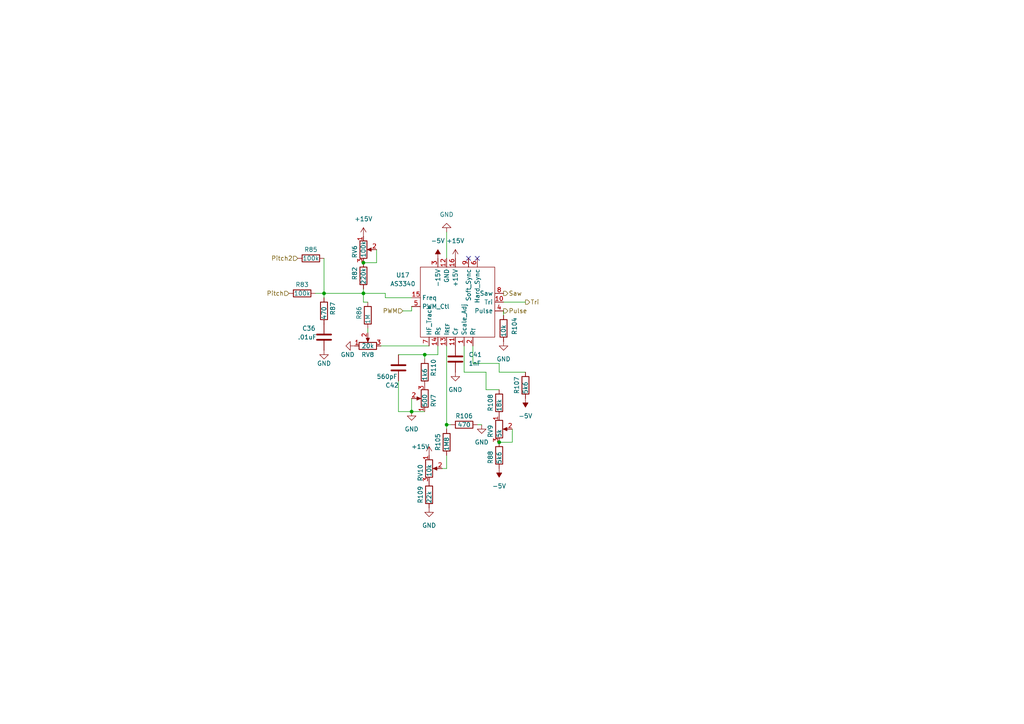
<source format=kicad_sch>
(kicad_sch (version 20211123) (generator eeschema)

  (uuid ad1bf4df-49cc-4e5f-928c-9de967284d0a)

  (paper "A4")

  (lib_symbols
    (symbol "Device:C" (pin_numbers hide) (pin_names (offset 0.254)) (in_bom yes) (on_board yes)
      (property "Reference" "C" (id 0) (at 0.635 2.54 0)
        (effects (font (size 1.27 1.27)) (justify left))
      )
      (property "Value" "C" (id 1) (at 0.635 -2.54 0)
        (effects (font (size 1.27 1.27)) (justify left))
      )
      (property "Footprint" "" (id 2) (at 0.9652 -3.81 0)
        (effects (font (size 1.27 1.27)) hide)
      )
      (property "Datasheet" "~" (id 3) (at 0 0 0)
        (effects (font (size 1.27 1.27)) hide)
      )
      (property "ki_keywords" "cap capacitor" (id 4) (at 0 0 0)
        (effects (font (size 1.27 1.27)) hide)
      )
      (property "ki_description" "Unpolarized capacitor" (id 5) (at 0 0 0)
        (effects (font (size 1.27 1.27)) hide)
      )
      (property "ki_fp_filters" "C_*" (id 6) (at 0 0 0)
        (effects (font (size 1.27 1.27)) hide)
      )
      (symbol "C_0_1"
        (polyline
          (pts
            (xy -2.032 -0.762)
            (xy 2.032 -0.762)
          )
          (stroke (width 0.508) (type default) (color 0 0 0 0))
          (fill (type none))
        )
        (polyline
          (pts
            (xy -2.032 0.762)
            (xy 2.032 0.762)
          )
          (stroke (width 0.508) (type default) (color 0 0 0 0))
          (fill (type none))
        )
      )
      (symbol "C_1_1"
        (pin passive line (at 0 3.81 270) (length 2.794)
          (name "~" (effects (font (size 1.27 1.27))))
          (number "1" (effects (font (size 1.27 1.27))))
        )
        (pin passive line (at 0 -3.81 90) (length 2.794)
          (name "~" (effects (font (size 1.27 1.27))))
          (number "2" (effects (font (size 1.27 1.27))))
        )
      )
    )
    (symbol "Device:R" (pin_numbers hide) (pin_names (offset 0)) (in_bom yes) (on_board yes)
      (property "Reference" "R" (id 0) (at 2.032 0 90)
        (effects (font (size 1.27 1.27)))
      )
      (property "Value" "R" (id 1) (at 0 0 90)
        (effects (font (size 1.27 1.27)))
      )
      (property "Footprint" "" (id 2) (at -1.778 0 90)
        (effects (font (size 1.27 1.27)) hide)
      )
      (property "Datasheet" "~" (id 3) (at 0 0 0)
        (effects (font (size 1.27 1.27)) hide)
      )
      (property "ki_keywords" "R res resistor" (id 4) (at 0 0 0)
        (effects (font (size 1.27 1.27)) hide)
      )
      (property "ki_description" "Resistor" (id 5) (at 0 0 0)
        (effects (font (size 1.27 1.27)) hide)
      )
      (property "ki_fp_filters" "R_*" (id 6) (at 0 0 0)
        (effects (font (size 1.27 1.27)) hide)
      )
      (symbol "R_0_1"
        (rectangle (start -1.016 -2.54) (end 1.016 2.54)
          (stroke (width 0.254) (type default) (color 0 0 0 0))
          (fill (type none))
        )
      )
      (symbol "R_1_1"
        (pin passive line (at 0 3.81 270) (length 1.27)
          (name "~" (effects (font (size 1.27 1.27))))
          (number "1" (effects (font (size 1.27 1.27))))
        )
        (pin passive line (at 0 -3.81 90) (length 1.27)
          (name "~" (effects (font (size 1.27 1.27))))
          (number "2" (effects (font (size 1.27 1.27))))
        )
      )
    )
    (symbol "Device:R_Potentiometer" (pin_names (offset 1.016) hide) (in_bom yes) (on_board yes)
      (property "Reference" "RV" (id 0) (at -4.445 0 90)
        (effects (font (size 1.27 1.27)))
      )
      (property "Value" "R_Potentiometer" (id 1) (at -2.54 0 90)
        (effects (font (size 1.27 1.27)))
      )
      (property "Footprint" "" (id 2) (at 0 0 0)
        (effects (font (size 1.27 1.27)) hide)
      )
      (property "Datasheet" "~" (id 3) (at 0 0 0)
        (effects (font (size 1.27 1.27)) hide)
      )
      (property "ki_keywords" "resistor variable" (id 4) (at 0 0 0)
        (effects (font (size 1.27 1.27)) hide)
      )
      (property "ki_description" "Potentiometer" (id 5) (at 0 0 0)
        (effects (font (size 1.27 1.27)) hide)
      )
      (property "ki_fp_filters" "Potentiometer*" (id 6) (at 0 0 0)
        (effects (font (size 1.27 1.27)) hide)
      )
      (symbol "R_Potentiometer_0_1"
        (polyline
          (pts
            (xy 2.54 0)
            (xy 1.524 0)
          )
          (stroke (width 0) (type default) (color 0 0 0 0))
          (fill (type none))
        )
        (polyline
          (pts
            (xy 1.143 0)
            (xy 2.286 0.508)
            (xy 2.286 -0.508)
            (xy 1.143 0)
          )
          (stroke (width 0) (type default) (color 0 0 0 0))
          (fill (type outline))
        )
        (rectangle (start 1.016 2.54) (end -1.016 -2.54)
          (stroke (width 0.254) (type default) (color 0 0 0 0))
          (fill (type none))
        )
      )
      (symbol "R_Potentiometer_1_1"
        (pin passive line (at 0 3.81 270) (length 1.27)
          (name "1" (effects (font (size 1.27 1.27))))
          (number "1" (effects (font (size 1.27 1.27))))
        )
        (pin passive line (at 3.81 0 180) (length 1.27)
          (name "2" (effects (font (size 1.27 1.27))))
          (number "2" (effects (font (size 1.27 1.27))))
        )
        (pin passive line (at 0 -3.81 90) (length 1.27)
          (name "3" (effects (font (size 1.27 1.27))))
          (number "3" (effects (font (size 1.27 1.27))))
        )
      )
    )
    (symbol "Synth_Parts:AS3340" (in_bom yes) (on_board yes)
      (property "Reference" "U?" (id 0) (at -24.13 0.2288 0)
        (effects (font (size 1.27 1.27)))
      )
      (property "Value" "AS3340" (id 1) (at -24.13 -2.3112 0)
        (effects (font (size 1.27 1.27)))
      )
      (property "Footprint" "Package_DIP:DIP-18_W7.62mm_Socket" (id 2) (at 0 0 0)
        (effects (font (size 1.27 1.27)) hide)
      )
      (property "Datasheet" "https://www.coolaudio.com/docs/COOLAUDIO_V3340_DATASHEETS.pdf" (id 3) (at 0 0 0)
        (effects (font (size 1.27 1.27)) hide)
      )
      (property "ki_description" "Voltage Controlled Oscillator" (id 4) (at 0 0 0)
        (effects (font (size 1.27 1.27)) hide)
      )
      (symbol "AS3340_0_1"
        (rectangle (start -19.05 2.54) (end 2.54 -17.78)
          (stroke (width 0) (type default) (color 0 0 0 0))
          (fill (type none))
        )
        (pin output line (at -6.35 -20.32 90) (length 2.54)
          (name "Scale_Adj" (effects (font (size 1.27 1.27))))
          (number "1" (effects (font (size 1.27 1.27))))
        )
        (pin output line (at 5.08 -7.62 180) (length 2.54)
          (name "Tri" (effects (font (size 1.27 1.27))))
          (number "10" (effects (font (size 1.27 1.27))))
        )
        (pin output line (at -8.89 -20.32 90) (length 2.54)
          (name "C_{F}" (effects (font (size 1.27 1.27))))
          (number "11" (effects (font (size 1.27 1.27))))
        )
        (pin output line (at -11.43 5.08 270) (length 2.54)
          (name "GND" (effects (font (size 1.27 1.27))))
          (number "12" (effects (font (size 1.27 1.27))))
        )
        (pin output line (at -11.43 -20.32 90) (length 2.54)
          (name "I_{REF}" (effects (font (size 1.27 1.27))))
          (number "13" (effects (font (size 1.27 1.27))))
        )
        (pin output line (at -13.97 -20.32 90) (length 2.54)
          (name "R_{S}" (effects (font (size 1.27 1.27))))
          (number "14" (effects (font (size 1.27 1.27))))
        )
        (pin output line (at -21.59 -6.35 0) (length 2.54)
          (name "Freq" (effects (font (size 1.27 1.27))))
          (number "15" (effects (font (size 1.27 1.27))))
        )
        (pin output line (at -8.89 5.08 270) (length 2.54)
          (name "+15V" (effects (font (size 1.27 1.27))))
          (number "16" (effects (font (size 1.27 1.27))))
        )
        (pin output line (at -3.81 -20.32 90) (length 2.54)
          (name "R_{T}" (effects (font (size 1.27 1.27))))
          (number "2" (effects (font (size 1.27 1.27))))
        )
        (pin output line (at -13.97 5.08 270) (length 2.54)
          (name "-15V" (effects (font (size 1.27 1.27))))
          (number "3" (effects (font (size 1.27 1.27))))
        )
        (pin output line (at 5.08 -10.16 180) (length 2.54)
          (name "Pulse" (effects (font (size 1.27 1.27))))
          (number "4" (effects (font (size 1.27 1.27))))
        )
        (pin output line (at -21.59 -8.89 0) (length 2.54)
          (name "PWM_Ctl" (effects (font (size 1.27 1.27))))
          (number "5" (effects (font (size 1.27 1.27))))
        )
        (pin output line (at -2.54 5.08 270) (length 2.54)
          (name "Hard_Sync" (effects (font (size 1.27 1.27))))
          (number "6" (effects (font (size 1.27 1.27))))
        )
        (pin output line (at -16.51 -20.32 90) (length 2.54)
          (name "HF_Track" (effects (font (size 1.27 1.27))))
          (number "7" (effects (font (size 1.27 1.27))))
        )
        (pin output line (at 5.08 -5.08 180) (length 2.54)
          (name "Saw" (effects (font (size 1.27 1.27))))
          (number "8" (effects (font (size 1.27 1.27))))
        )
        (pin output line (at -5.08 5.08 270) (length 2.54)
          (name "Soft_Sync" (effects (font (size 1.27 1.27))))
          (number "9" (effects (font (size 1.27 1.27))))
        )
      )
    )
    (symbol "power:+15V" (power) (pin_names (offset 0)) (in_bom yes) (on_board yes)
      (property "Reference" "#PWR" (id 0) (at 0 -3.81 0)
        (effects (font (size 1.27 1.27)) hide)
      )
      (property "Value" "+15V" (id 1) (at 0 3.556 0)
        (effects (font (size 1.27 1.27)))
      )
      (property "Footprint" "" (id 2) (at 0 0 0)
        (effects (font (size 1.27 1.27)) hide)
      )
      (property "Datasheet" "" (id 3) (at 0 0 0)
        (effects (font (size 1.27 1.27)) hide)
      )
      (property "ki_keywords" "power-flag" (id 4) (at 0 0 0)
        (effects (font (size 1.27 1.27)) hide)
      )
      (property "ki_description" "Power symbol creates a global label with name \"+15V\"" (id 5) (at 0 0 0)
        (effects (font (size 1.27 1.27)) hide)
      )
      (symbol "+15V_0_1"
        (polyline
          (pts
            (xy -0.762 1.27)
            (xy 0 2.54)
          )
          (stroke (width 0) (type default) (color 0 0 0 0))
          (fill (type none))
        )
        (polyline
          (pts
            (xy 0 0)
            (xy 0 2.54)
          )
          (stroke (width 0) (type default) (color 0 0 0 0))
          (fill (type none))
        )
        (polyline
          (pts
            (xy 0 2.54)
            (xy 0.762 1.27)
          )
          (stroke (width 0) (type default) (color 0 0 0 0))
          (fill (type none))
        )
      )
      (symbol "+15V_1_1"
        (pin power_in line (at 0 0 90) (length 0) hide
          (name "+15V" (effects (font (size 1.27 1.27))))
          (number "1" (effects (font (size 1.27 1.27))))
        )
      )
    )
    (symbol "power:-5V" (power) (pin_names (offset 0)) (in_bom yes) (on_board yes)
      (property "Reference" "#PWR" (id 0) (at 0 2.54 0)
        (effects (font (size 1.27 1.27)) hide)
      )
      (property "Value" "-5V" (id 1) (at 0 3.81 0)
        (effects (font (size 1.27 1.27)))
      )
      (property "Footprint" "" (id 2) (at 0 0 0)
        (effects (font (size 1.27 1.27)) hide)
      )
      (property "Datasheet" "" (id 3) (at 0 0 0)
        (effects (font (size 1.27 1.27)) hide)
      )
      (property "ki_keywords" "power-flag" (id 4) (at 0 0 0)
        (effects (font (size 1.27 1.27)) hide)
      )
      (property "ki_description" "Power symbol creates a global label with name \"-5V\"" (id 5) (at 0 0 0)
        (effects (font (size 1.27 1.27)) hide)
      )
      (symbol "-5V_0_0"
        (pin power_in line (at 0 0 90) (length 0) hide
          (name "-5V" (effects (font (size 1.27 1.27))))
          (number "1" (effects (font (size 1.27 1.27))))
        )
      )
      (symbol "-5V_0_1"
        (polyline
          (pts
            (xy 0 0)
            (xy 0 1.27)
            (xy 0.762 1.27)
            (xy 0 2.54)
            (xy -0.762 1.27)
            (xy 0 1.27)
          )
          (stroke (width 0) (type default) (color 0 0 0 0))
          (fill (type outline))
        )
      )
    )
    (symbol "power:GND" (power) (pin_names (offset 0)) (in_bom yes) (on_board yes)
      (property "Reference" "#PWR" (id 0) (at 0 -6.35 0)
        (effects (font (size 1.27 1.27)) hide)
      )
      (property "Value" "GND" (id 1) (at 0 -3.81 0)
        (effects (font (size 1.27 1.27)))
      )
      (property "Footprint" "" (id 2) (at 0 0 0)
        (effects (font (size 1.27 1.27)) hide)
      )
      (property "Datasheet" "" (id 3) (at 0 0 0)
        (effects (font (size 1.27 1.27)) hide)
      )
      (property "ki_keywords" "power-flag" (id 4) (at 0 0 0)
        (effects (font (size 1.27 1.27)) hide)
      )
      (property "ki_description" "Power symbol creates a global label with name \"GND\" , ground" (id 5) (at 0 0 0)
        (effects (font (size 1.27 1.27)) hide)
      )
      (symbol "GND_0_1"
        (polyline
          (pts
            (xy 0 0)
            (xy 0 -1.27)
            (xy 1.27 -1.27)
            (xy 0 -2.54)
            (xy -1.27 -1.27)
            (xy 0 -1.27)
          )
          (stroke (width 0) (type default) (color 0 0 0 0))
          (fill (type none))
        )
      )
      (symbol "GND_1_1"
        (pin power_in line (at 0 0 270) (length 0) hide
          (name "GND" (effects (font (size 1.27 1.27))))
          (number "1" (effects (font (size 1.27 1.27))))
        )
      )
    )
  )

  (junction (at 123.19 102.87) (diameter 0) (color 0 0 0 0)
    (uuid 4c210c9a-7dd1-4a20-9e98-e8274559c36a)
  )
  (junction (at 144.78 128.27) (diameter 0) (color 0 0 0 0)
    (uuid 5bc32a41-6ccd-4450-9112-db3a89122285)
  )
  (junction (at 105.41 76.2) (diameter 0) (color 0 0 0 0)
    (uuid 6f84b054-325e-4eb0-8000-c064a25f5d74)
  )
  (junction (at 105.41 85.09) (diameter 0) (color 0 0 0 0)
    (uuid 79c3c8a0-79ed-46e4-a279-dcaf2ad4ec61)
  )
  (junction (at 119.38 119.38) (diameter 0) (color 0 0 0 0)
    (uuid bcce3566-13f1-4e19-9636-9ed285fc05f1)
  )
  (junction (at 129.54 123.19) (diameter 0) (color 0 0 0 0)
    (uuid d54e3c6c-8fba-45b2-80f5-17b753dc5a6b)
  )
  (junction (at 93.98 85.09) (diameter 0) (color 0 0 0 0)
    (uuid edb3bda5-9fab-4e1e-b0ba-601ca11834aa)
  )

  (no_connect (at 138.43 74.93) (uuid 528103ff-79c3-4414-ab21-cd51d48ddb6b))
  (no_connect (at 135.89 74.93) (uuid 528103ff-79c3-4414-ab21-cd51d48ddb6c))

  (wire (pts (xy 119.38 86.36) (xy 111.76 86.36))
    (stroke (width 0) (type default) (color 0 0 0 0))
    (uuid 025beaab-b6fd-4241-a77c-71b4ec64c488)
  )
  (wire (pts (xy 115.57 119.38) (xy 119.38 119.38))
    (stroke (width 0) (type default) (color 0 0 0 0))
    (uuid 035790b4-c83c-4a73-9496-3f440424c41d)
  )
  (wire (pts (xy 134.62 107.95) (xy 140.97 107.95))
    (stroke (width 0) (type default) (color 0 0 0 0))
    (uuid 03d6997f-9bc8-44b8-bbbc-c82ab25e37e0)
  )
  (wire (pts (xy 116.84 90.17) (xy 119.38 90.17))
    (stroke (width 0) (type default) (color 0 0 0 0))
    (uuid 11f18977-2064-4f69-90da-7af6d2107bbc)
  )
  (wire (pts (xy 93.98 85.09) (xy 105.41 85.09))
    (stroke (width 0) (type default) (color 0 0 0 0))
    (uuid 1af4d11e-5700-4718-a5bc-5cbeb2a51f3d)
  )
  (wire (pts (xy 119.38 119.38) (xy 123.19 119.38))
    (stroke (width 0) (type default) (color 0 0 0 0))
    (uuid 1ebe05c2-40ed-4ded-930c-d665ad265801)
  )
  (wire (pts (xy 93.98 85.09) (xy 93.98 86.36))
    (stroke (width 0) (type default) (color 0 0 0 0))
    (uuid 1fef0b5d-e397-459d-ad37-c1160e7299b0)
  )
  (wire (pts (xy 140.97 107.95) (xy 140.97 113.03))
    (stroke (width 0) (type default) (color 0 0 0 0))
    (uuid 24b884f8-12ce-4bfe-ba7a-35f3d4689f1a)
  )
  (wire (pts (xy 91.44 85.09) (xy 93.98 85.09))
    (stroke (width 0) (type default) (color 0 0 0 0))
    (uuid 446f133f-581c-4c32-8a9e-241541c3093f)
  )
  (wire (pts (xy 127 102.87) (xy 123.19 102.87))
    (stroke (width 0) (type default) (color 0 0 0 0))
    (uuid 4815787a-0689-41bf-b38c-a6bfc8cc09fc)
  )
  (wire (pts (xy 106.68 96.52) (xy 106.68 95.25))
    (stroke (width 0) (type default) (color 0 0 0 0))
    (uuid 4fb4afce-d8c6-4fc2-9769-7218e42ba78c)
  )
  (wire (pts (xy 146.05 90.17) (xy 146.05 91.44))
    (stroke (width 0) (type default) (color 0 0 0 0))
    (uuid 7438b8b8-dcd3-4d7a-81a0-8f77a00a91bf)
  )
  (wire (pts (xy 129.54 100.33) (xy 129.54 123.19))
    (stroke (width 0) (type default) (color 0 0 0 0))
    (uuid 7ec5d701-207d-4caf-8802-61956ca6a55d)
  )
  (wire (pts (xy 111.76 86.36) (xy 111.76 85.09))
    (stroke (width 0) (type default) (color 0 0 0 0))
    (uuid 85755db5-864b-44f4-9860-3f2c312f1fdd)
  )
  (wire (pts (xy 129.54 123.19) (xy 129.54 124.46))
    (stroke (width 0) (type default) (color 0 0 0 0))
    (uuid 8b0a88fc-8b20-4aa2-bfaf-280f7b42cced)
  )
  (wire (pts (xy 138.43 123.19) (xy 139.7 123.19))
    (stroke (width 0) (type default) (color 0 0 0 0))
    (uuid 8bf3b020-8acb-416a-8440-0ec796537b14)
  )
  (wire (pts (xy 119.38 90.17) (xy 119.38 88.9))
    (stroke (width 0) (type default) (color 0 0 0 0))
    (uuid 8d2b8307-8f96-4cd9-93d0-6f5267ebd242)
  )
  (wire (pts (xy 93.98 74.93) (xy 93.98 85.09))
    (stroke (width 0) (type default) (color 0 0 0 0))
    (uuid 9713604d-68b1-4362-91e2-f76258df8f01)
  )
  (wire (pts (xy 119.38 119.38) (xy 119.38 115.57))
    (stroke (width 0) (type default) (color 0 0 0 0))
    (uuid 980dec0a-cec5-4a01-8cb9-9956991200b8)
  )
  (wire (pts (xy 137.16 100.33) (xy 137.16 105.41))
    (stroke (width 0) (type default) (color 0 0 0 0))
    (uuid 9c0f2701-1729-49c6-b1dd-1a9826b33d83)
  )
  (wire (pts (xy 148.59 128.27) (xy 144.78 128.27))
    (stroke (width 0) (type default) (color 0 0 0 0))
    (uuid 9e66e3af-3d3c-42aa-9d54-2247c76141d5)
  )
  (wire (pts (xy 146.05 87.63) (xy 152.4 87.63))
    (stroke (width 0) (type default) (color 0 0 0 0))
    (uuid 9fd757e1-6704-4575-b42c-627cb0cc0cfb)
  )
  (wire (pts (xy 130.81 123.19) (xy 129.54 123.19))
    (stroke (width 0) (type default) (color 0 0 0 0))
    (uuid a229dba8-7ba7-4fc3-8beb-02273c7037fa)
  )
  (wire (pts (xy 111.76 85.09) (xy 105.41 85.09))
    (stroke (width 0) (type default) (color 0 0 0 0))
    (uuid a2bd0d81-81d3-4131-a7d7-e427bae59208)
  )
  (wire (pts (xy 105.41 83.82) (xy 105.41 85.09))
    (stroke (width 0) (type default) (color 0 0 0 0))
    (uuid ac548e53-ebbc-4370-91a3-0e833ccd5faa)
  )
  (wire (pts (xy 129.54 135.89) (xy 129.54 132.08))
    (stroke (width 0) (type default) (color 0 0 0 0))
    (uuid ad79b20b-13fc-4bda-88e8-fb59f5680ee9)
  )
  (wire (pts (xy 152.4 107.95) (xy 144.78 107.95))
    (stroke (width 0) (type default) (color 0 0 0 0))
    (uuid b24afa17-e200-428a-a310-2b838134c8e6)
  )
  (wire (pts (xy 109.22 72.39) (xy 109.22 76.2))
    (stroke (width 0) (type default) (color 0 0 0 0))
    (uuid b4113201-3386-4af0-bb5b-432a7cd90d96)
  )
  (wire (pts (xy 134.62 107.95) (xy 134.62 100.33))
    (stroke (width 0) (type default) (color 0 0 0 0))
    (uuid b70e0724-fc37-49c0-a958-74472d3ded01)
  )
  (wire (pts (xy 110.49 100.33) (xy 124.46 100.33))
    (stroke (width 0) (type default) (color 0 0 0 0))
    (uuid bb9cfd17-ab7f-46ed-9c89-9a472fa55600)
  )
  (wire (pts (xy 137.16 105.41) (xy 144.78 105.41))
    (stroke (width 0) (type default) (color 0 0 0 0))
    (uuid c017a7cd-fde2-4cef-b9f4-3c4059e3d608)
  )
  (wire (pts (xy 148.59 124.46) (xy 148.59 128.27))
    (stroke (width 0) (type default) (color 0 0 0 0))
    (uuid c1b6cbbe-e8a9-46e6-a621-7f88dec39400)
  )
  (wire (pts (xy 123.19 102.87) (xy 123.19 104.14))
    (stroke (width 0) (type default) (color 0 0 0 0))
    (uuid c3df4e67-6f8c-49c4-b0d3-138b537d0bc4)
  )
  (wire (pts (xy 105.41 85.09) (xy 105.41 87.63))
    (stroke (width 0) (type default) (color 0 0 0 0))
    (uuid c3e0c7a4-b328-4c48-965e-e477a424ef48)
  )
  (wire (pts (xy 140.97 113.03) (xy 144.78 113.03))
    (stroke (width 0) (type default) (color 0 0 0 0))
    (uuid c6d140f4-d741-49bf-b9f1-3585046dec3c)
  )
  (wire (pts (xy 109.22 76.2) (xy 105.41 76.2))
    (stroke (width 0) (type default) (color 0 0 0 0))
    (uuid ca677dc6-bd0f-4aac-8355-73afcc75a4cf)
  )
  (wire (pts (xy 127 102.87) (xy 127 100.33))
    (stroke (width 0) (type default) (color 0 0 0 0))
    (uuid d40aeb91-faed-4bab-98fb-7e2b06816ee1)
  )
  (wire (pts (xy 128.27 135.89) (xy 129.54 135.89))
    (stroke (width 0) (type default) (color 0 0 0 0))
    (uuid d50e5b5c-8b0a-4372-9a9c-883d82ea623c)
  )
  (wire (pts (xy 115.57 110.49) (xy 115.57 119.38))
    (stroke (width 0) (type default) (color 0 0 0 0))
    (uuid e682b95c-0ccd-43f6-886e-ff853895b1cd)
  )
  (wire (pts (xy 144.78 107.95) (xy 144.78 105.41))
    (stroke (width 0) (type default) (color 0 0 0 0))
    (uuid ef8516a7-37c1-4ec2-891d-2f70ee42aa45)
  )
  (wire (pts (xy 115.57 102.87) (xy 123.19 102.87))
    (stroke (width 0) (type default) (color 0 0 0 0))
    (uuid f613eeb0-e712-4875-b867-6f26f8f2a8ab)
  )
  (wire (pts (xy 106.68 87.63) (xy 105.41 87.63))
    (stroke (width 0) (type default) (color 0 0 0 0))
    (uuid fa0e4b35-e106-4d2c-ab51-2e40d87404da)
  )
  (wire (pts (xy 129.54 67.31) (xy 129.54 74.93))
    (stroke (width 0) (type default) (color 0 0 0 0))
    (uuid ffb730cc-929d-48bc-a762-73e9adc5f451)
  )

  (hierarchical_label "Tri" (shape output) (at 152.4 87.63 0)
    (effects (font (size 1.27 1.27)) (justify left))
    (uuid 56062cad-db59-4865-adf3-f22e83a0de5f)
  )
  (hierarchical_label "Pitch" (shape input) (at 83.82 85.09 180)
    (effects (font (size 1.27 1.27)) (justify right))
    (uuid 56cb21f9-9b79-4a87-b43a-37fd12474922)
  )
  (hierarchical_label "Pitch2" (shape input) (at 86.36 74.93 180)
    (effects (font (size 1.27 1.27)) (justify right))
    (uuid 8e01f13c-7bf7-401e-ac28-9c8cfb513576)
  )
  (hierarchical_label "Saw" (shape output) (at 146.05 85.09 0)
    (effects (font (size 1.27 1.27)) (justify left))
    (uuid 9316763b-2e71-43b8-8bd9-ca8afcbb616c)
  )
  (hierarchical_label "PWM" (shape input) (at 116.84 90.17 180)
    (effects (font (size 1.27 1.27)) (justify right))
    (uuid c1959014-2f1a-4b64-9922-3adfd4c54619)
  )
  (hierarchical_label "Pulse" (shape output) (at 146.05 90.17 0)
    (effects (font (size 1.27 1.27)) (justify left))
    (uuid febe8886-1dd8-4c10-a19e-8ed80b52c702)
  )

  (symbol (lib_id "power:GND") (at 119.38 119.38 0) (unit 1)
    (in_bom yes) (on_board yes) (fields_autoplaced)
    (uuid 08f79164-a452-4737-9389-37b2a549b6af)
    (property "Reference" "#PWR032" (id 0) (at 119.38 125.73 0)
      (effects (font (size 1.27 1.27)) hide)
    )
    (property "Value" "GND" (id 1) (at 119.38 124.46 0))
    (property "Footprint" "" (id 2) (at 119.38 119.38 0)
      (effects (font (size 1.27 1.27)) hide)
    )
    (property "Datasheet" "" (id 3) (at 119.38 119.38 0)
      (effects (font (size 1.27 1.27)) hide)
    )
    (pin "1" (uuid a33b538b-2a41-4e74-8e03-dd250e5b3d3d))
  )

  (symbol (lib_id "Device:R") (at 129.54 128.27 0) (unit 1)
    (in_bom yes) (on_board yes)
    (uuid 127eb8b2-03fc-42fc-b6e3-12f8e39c5f4d)
    (property "Reference" "R105" (id 0) (at 127 130.81 90)
      (effects (font (size 1.27 1.27)) (justify left))
    )
    (property "Value" "1M8" (id 1) (at 129.54 130.81 90)
      (effects (font (size 1.27 1.27)) (justify left))
    )
    (property "Footprint" "Resistor_THT:R_Axial_DIN0207_L6.3mm_D2.5mm_P10.16mm_Horizontal" (id 2) (at 127.762 128.27 90)
      (effects (font (size 1.27 1.27)) hide)
    )
    (property "Datasheet" "~" (id 3) (at 129.54 128.27 0)
      (effects (font (size 1.27 1.27)) hide)
    )
    (pin "1" (uuid d040de55-21d4-49ab-9adf-3c9cb1658bb7))
    (pin "2" (uuid cb68171a-642a-4a1f-8842-6dc41b2ac2fc))
  )

  (symbol (lib_id "Device:R_Potentiometer") (at 123.19 115.57 180) (unit 1)
    (in_bom yes) (on_board yes)
    (uuid 176d3d6a-2306-4154-9dc9-794488692e81)
    (property "Reference" "RV7" (id 0) (at 125.73 118.11 90)
      (effects (font (size 1.27 1.27)) (justify right))
    )
    (property "Value" "500" (id 1) (at 123.19 118.11 90)
      (effects (font (size 1.27 1.27)) (justify right))
    )
    (property "Footprint" "Potentiometer_THT:Potentiometer_Bourns_3296W_Vertical" (id 2) (at 123.19 115.57 0)
      (effects (font (size 1.27 1.27)) hide)
    )
    (property "Datasheet" "~" (id 3) (at 123.19 115.57 0)
      (effects (font (size 1.27 1.27)) hide)
    )
    (pin "1" (uuid f581e3f5-7de3-456e-9796-ae863beaaec5))
    (pin "2" (uuid dc52fadf-0243-421a-b8fc-755584fc396c))
    (pin "3" (uuid 034d751c-a966-414f-9f12-277dcecae89b))
  )

  (symbol (lib_id "power:-5V") (at 127 74.93 0) (unit 1)
    (in_bom yes) (on_board yes) (fields_autoplaced)
    (uuid 1c5f8d8c-dcca-4b79-a6dd-27f7e3463ba7)
    (property "Reference" "#PWR025" (id 0) (at 127 72.39 0)
      (effects (font (size 1.27 1.27)) hide)
    )
    (property "Value" "-5V" (id 1) (at 127 69.85 0))
    (property "Footprint" "" (id 2) (at 127 74.93 0)
      (effects (font (size 1.27 1.27)) hide)
    )
    (property "Datasheet" "" (id 3) (at 127 74.93 0)
      (effects (font (size 1.27 1.27)) hide)
    )
    (pin "1" (uuid 2d130c2b-9688-427e-b81a-89e4613e2763))
  )

  (symbol (lib_id "Device:R") (at 144.78 132.08 0) (unit 1)
    (in_bom yes) (on_board yes)
    (uuid 1eddc16a-a756-448c-b6ff-8b39c455b76b)
    (property "Reference" "R88" (id 0) (at 142.24 134.62 90)
      (effects (font (size 1.27 1.27)) (justify left))
    )
    (property "Value" "5k6" (id 1) (at 144.78 134.62 90)
      (effects (font (size 1.27 1.27)) (justify left))
    )
    (property "Footprint" "Resistor_THT:R_Axial_DIN0207_L6.3mm_D2.5mm_P10.16mm_Horizontal" (id 2) (at 143.002 132.08 90)
      (effects (font (size 1.27 1.27)) hide)
    )
    (property "Datasheet" "~" (id 3) (at 144.78 132.08 0)
      (effects (font (size 1.27 1.27)) hide)
    )
    (pin "1" (uuid 65f17ca3-8e48-40bc-b96c-d1fe2014fb17))
    (pin "2" (uuid 9ff86b6d-dcf8-4c4a-b4e4-6b8414c602f6))
  )

  (symbol (lib_id "Device:R_Potentiometer") (at 105.41 72.39 0) (unit 1)
    (in_bom yes) (on_board yes)
    (uuid 1f225246-9f9e-4589-b67d-cf13cf345223)
    (property "Reference" "RV6" (id 0) (at 102.87 71.1199 90)
      (effects (font (size 1.27 1.27)) (justify right))
    )
    (property "Value" "100k" (id 1) (at 105.41 69.85 90)
      (effects (font (size 1.27 1.27)) (justify right))
    )
    (property "Footprint" "Potentiometer_THT:Potentiometer_Bourns_3296W_Vertical" (id 2) (at 105.41 72.39 0)
      (effects (font (size 1.27 1.27)) hide)
    )
    (property "Datasheet" "~" (id 3) (at 105.41 72.39 0)
      (effects (font (size 1.27 1.27)) hide)
    )
    (pin "1" (uuid 2db63575-0207-45ca-a275-ac5a1c220b3e))
    (pin "2" (uuid 12a4e28c-d8a8-4720-bde8-d40c38dd1111))
    (pin "3" (uuid 1bf3ac71-e371-4309-9afb-11f862712cfd))
  )

  (symbol (lib_id "power:-5V") (at 152.4 115.57 180) (unit 1)
    (in_bom yes) (on_board yes) (fields_autoplaced)
    (uuid 27c04dd0-2b38-4ee0-9783-ff84a6d96f12)
    (property "Reference" "#PWR031" (id 0) (at 152.4 118.11 0)
      (effects (font (size 1.27 1.27)) hide)
    )
    (property "Value" "-5V" (id 1) (at 152.4 120.65 0))
    (property "Footprint" "" (id 2) (at 152.4 115.57 0)
      (effects (font (size 1.27 1.27)) hide)
    )
    (property "Datasheet" "" (id 3) (at 152.4 115.57 0)
      (effects (font (size 1.27 1.27)) hide)
    )
    (pin "1" (uuid 86a742e3-f925-4ef8-92c3-d283edfbf301))
  )

  (symbol (lib_id "power:GND") (at 146.05 99.06 0) (unit 1)
    (in_bom yes) (on_board yes) (fields_autoplaced)
    (uuid 2c72226a-c7f8-4fea-869f-cb7d19868aa4)
    (property "Reference" "#PWR027" (id 0) (at 146.05 105.41 0)
      (effects (font (size 1.27 1.27)) hide)
    )
    (property "Value" "GND" (id 1) (at 146.05 104.14 0))
    (property "Footprint" "" (id 2) (at 146.05 99.06 0)
      (effects (font (size 1.27 1.27)) hide)
    )
    (property "Datasheet" "" (id 3) (at 146.05 99.06 0)
      (effects (font (size 1.27 1.27)) hide)
    )
    (pin "1" (uuid a4f795ae-c3af-4d99-b46b-127aa9d75dff))
  )

  (symbol (lib_id "Device:R") (at 105.41 80.01 0) (unit 1)
    (in_bom yes) (on_board yes)
    (uuid 2cad19b5-2f30-4e53-82d3-877477bd32c2)
    (property "Reference" "R82" (id 0) (at 102.87 81.28 90)
      (effects (font (size 1.27 1.27)) (justify left))
    )
    (property "Value" "220k" (id 1) (at 105.41 82.55 90)
      (effects (font (size 1.27 1.27)) (justify left))
    )
    (property "Footprint" "Resistor_THT:R_Axial_DIN0207_L6.3mm_D2.5mm_P10.16mm_Horizontal" (id 2) (at 103.632 80.01 90)
      (effects (font (size 1.27 1.27)) hide)
    )
    (property "Datasheet" "~" (id 3) (at 105.41 80.01 0)
      (effects (font (size 1.27 1.27)) hide)
    )
    (pin "1" (uuid 2d4e81d9-4a59-4faf-b220-fea3a4f5e52c))
    (pin "2" (uuid 5777843b-b7f3-4cc2-b12d-22d3f98b9de2))
  )

  (symbol (lib_id "Device:R_Potentiometer") (at 106.68 100.33 90) (unit 1)
    (in_bom yes) (on_board yes)
    (uuid 2f5a7770-97b2-438f-8f6e-51fb7188351e)
    (property "Reference" "RV8" (id 0) (at 106.68 102.87 90))
    (property "Value" "20k" (id 1) (at 106.68 100.33 90))
    (property "Footprint" "Potentiometer_THT:Potentiometer_Bourns_3296W_Vertical" (id 2) (at 106.68 100.33 0)
      (effects (font (size 1.27 1.27)) hide)
    )
    (property "Datasheet" "~" (id 3) (at 106.68 100.33 0)
      (effects (font (size 1.27 1.27)) hide)
    )
    (pin "1" (uuid 4621a1f7-1fbc-4e8e-ae76-adf5d6123e29))
    (pin "2" (uuid 6490ef0a-4f15-4a86-b6ba-f5b52e0a8bef))
    (pin "3" (uuid 1c57232e-5161-42a2-97fa-cbc22df17d75))
  )

  (symbol (lib_id "power:GND") (at 93.98 101.6 0) (unit 1)
    (in_bom yes) (on_board yes)
    (uuid 3384af2c-f65c-4e5d-b227-5cca77978d04)
    (property "Reference" "#PWR029" (id 0) (at 93.98 107.95 0)
      (effects (font (size 1.27 1.27)) hide)
    )
    (property "Value" "GND" (id 1) (at 93.98 105.41 0))
    (property "Footprint" "" (id 2) (at 93.98 101.6 0)
      (effects (font (size 1.27 1.27)) hide)
    )
    (property "Datasheet" "" (id 3) (at 93.98 101.6 0)
      (effects (font (size 1.27 1.27)) hide)
    )
    (pin "1" (uuid 3788822e-0067-4312-b5cf-0a8b72317157))
  )

  (symbol (lib_id "power:GND") (at 139.7 123.19 0) (unit 1)
    (in_bom yes) (on_board yes) (fields_autoplaced)
    (uuid 37f21999-8ef5-4ffa-a627-faea1ad6b587)
    (property "Reference" "#PWR033" (id 0) (at 139.7 129.54 0)
      (effects (font (size 1.27 1.27)) hide)
    )
    (property "Value" "GND" (id 1) (at 139.7 128.27 0))
    (property "Footprint" "" (id 2) (at 139.7 123.19 0)
      (effects (font (size 1.27 1.27)) hide)
    )
    (property "Datasheet" "" (id 3) (at 139.7 123.19 0)
      (effects (font (size 1.27 1.27)) hide)
    )
    (pin "1" (uuid f1ab2d4b-90fd-4fab-8cb1-8ceadb35b1ff))
  )

  (symbol (lib_id "power:-5V") (at 144.78 135.89 180) (unit 1)
    (in_bom yes) (on_board yes) (fields_autoplaced)
    (uuid 3a1df6b0-3433-4321-a4bf-75cdaaa32f48)
    (property "Reference" "#PWR035" (id 0) (at 144.78 138.43 0)
      (effects (font (size 1.27 1.27)) hide)
    )
    (property "Value" "-5V" (id 1) (at 144.78 140.97 0))
    (property "Footprint" "" (id 2) (at 144.78 135.89 0)
      (effects (font (size 1.27 1.27)) hide)
    )
    (property "Datasheet" "" (id 3) (at 144.78 135.89 0)
      (effects (font (size 1.27 1.27)) hide)
    )
    (pin "1" (uuid efa87ac7-8650-4b6b-952b-56a48e700c02))
  )

  (symbol (lib_id "Device:R") (at 146.05 95.25 0) (unit 1)
    (in_bom yes) (on_board yes)
    (uuid 3afaa435-ce88-4e5b-9a9b-28ae88c1bada)
    (property "Reference" "R104" (id 0) (at 149.2249 97.155 90)
      (effects (font (size 1.27 1.27)) (justify left))
    )
    (property "Value" "10k" (id 1) (at 146.05 97.79 90)
      (effects (font (size 1.27 1.27)) (justify left))
    )
    (property "Footprint" "Resistor_THT:R_Axial_DIN0207_L6.3mm_D2.5mm_P10.16mm_Horizontal" (id 2) (at 144.272 95.25 90)
      (effects (font (size 1.27 1.27)) hide)
    )
    (property "Datasheet" "~" (id 3) (at 146.05 95.25 0)
      (effects (font (size 1.27 1.27)) hide)
    )
    (pin "1" (uuid 6ab229f0-7c8a-4faa-8976-ee4f4a22dc15))
    (pin "2" (uuid 1093170b-90d5-41a0-b547-8ceb8d4c95a9))
  )

  (symbol (lib_id "Device:R_Potentiometer") (at 124.46 135.89 0) (unit 1)
    (in_bom yes) (on_board yes)
    (uuid 4bc127c2-fd63-4af6-ad98-8c47a28b4286)
    (property "Reference" "RV10" (id 0) (at 121.92 134.62 90)
      (effects (font (size 1.27 1.27)) (justify right))
    )
    (property "Value" "10k" (id 1) (at 124.46 134.62 90)
      (effects (font (size 1.27 1.27)) (justify right))
    )
    (property "Footprint" "Potentiometer_THT:Potentiometer_Bourns_3296W_Vertical" (id 2) (at 124.46 135.89 0)
      (effects (font (size 1.27 1.27)) hide)
    )
    (property "Datasheet" "~" (id 3) (at 124.46 135.89 0)
      (effects (font (size 1.27 1.27)) hide)
    )
    (pin "1" (uuid 5492cf51-c20d-4fe7-9271-9bca964c10b7))
    (pin "2" (uuid f8c6f466-a6b4-4e8d-966d-9d7d1af19d53))
    (pin "3" (uuid f3d37e34-7848-4703-9246-accc14c845b6))
  )

  (symbol (lib_id "Device:R") (at 90.17 74.93 90) (unit 1)
    (in_bom yes) (on_board yes)
    (uuid 50fda6b1-e3dd-4762-8d8c-5a857d871915)
    (property "Reference" "R85" (id 0) (at 90.17 72.39 90))
    (property "Value" "100k" (id 1) (at 90.17 74.93 90))
    (property "Footprint" "Resistor_THT:R_Axial_DIN0207_L6.3mm_D2.5mm_P10.16mm_Horizontal" (id 2) (at 90.17 76.708 90)
      (effects (font (size 1.27 1.27)) hide)
    )
    (property "Datasheet" "~" (id 3) (at 90.17 74.93 0)
      (effects (font (size 1.27 1.27)) hide)
    )
    (pin "1" (uuid 3aee98a8-9027-4043-bf25-3f60ed572441))
    (pin "2" (uuid 8baae761-f06a-482c-ba0f-a4a01a3b6185))
  )

  (symbol (lib_id "power:+15V") (at 105.41 68.58 0) (unit 1)
    (in_bom yes) (on_board yes) (fields_autoplaced)
    (uuid 536d4b76-f19c-42ce-8fee-e4e7e31ff7ae)
    (property "Reference" "#PWR024" (id 0) (at 105.41 72.39 0)
      (effects (font (size 1.27 1.27)) hide)
    )
    (property "Value" "+15V" (id 1) (at 105.41 63.5 0))
    (property "Footprint" "" (id 2) (at 105.41 68.58 0)
      (effects (font (size 1.27 1.27)) hide)
    )
    (property "Datasheet" "" (id 3) (at 105.41 68.58 0)
      (effects (font (size 1.27 1.27)) hide)
    )
    (pin "1" (uuid 316ea0f5-65d2-4893-8ece-418d68be7190))
  )

  (symbol (lib_id "Device:R") (at 144.78 116.84 0) (unit 1)
    (in_bom yes) (on_board yes)
    (uuid 6677d524-5d41-41a3-a90f-480e1c516b58)
    (property "Reference" "R108" (id 0) (at 142.24 119.38 90)
      (effects (font (size 1.27 1.27)) (justify left))
    )
    (property "Value" "18k" (id 1) (at 144.78 119.38 90)
      (effects (font (size 1.27 1.27)) (justify left))
    )
    (property "Footprint" "Resistor_THT:R_Axial_DIN0207_L6.3mm_D2.5mm_P10.16mm_Horizontal" (id 2) (at 143.002 116.84 90)
      (effects (font (size 1.27 1.27)) hide)
    )
    (property "Datasheet" "~" (id 3) (at 144.78 116.84 0)
      (effects (font (size 1.27 1.27)) hide)
    )
    (pin "1" (uuid cdccd509-f01c-4295-80fd-57281370c79e))
    (pin "2" (uuid 4fb96f38-57e1-40bd-a2c5-4338566d0bae))
  )

  (symbol (lib_id "Synth_Parts:AS3340") (at 140.97 80.01 0) (unit 1)
    (in_bom yes) (on_board yes) (fields_autoplaced)
    (uuid 68c8f59f-d5ed-49fc-b78b-f6ee9a8f8cc4)
    (property "Reference" "U17" (id 0) (at 116.84 79.7812 0))
    (property "Value" "AS3340" (id 1) (at 116.84 82.3212 0))
    (property "Footprint" "Package_DIP:DIP-16_W7.62mm_Socket" (id 2) (at 140.97 80.01 0)
      (effects (font (size 1.27 1.27)) hide)
    )
    (property "Datasheet" "https://www.coolaudio.com/docs/COOLAUDIO_V3340_DATASHEETS.pdf" (id 3) (at 140.97 80.01 0)
      (effects (font (size 1.27 1.27)) hide)
    )
    (pin "1" (uuid dfa059b8-1da3-4822-bc36-e49d6180af1c))
    (pin "10" (uuid 76c28244-15f7-4583-bd86-c290af10bf9b))
    (pin "11" (uuid ea0f1043-5f64-4c6f-99bb-82558e571447))
    (pin "12" (uuid ff113fb5-8567-49a9-a603-b15034b9c81e))
    (pin "13" (uuid 110df110-4b2e-4b1d-9b86-21da30d33c6f))
    (pin "14" (uuid aa7be6b2-abe5-4124-ac29-729bc58dafcf))
    (pin "15" (uuid 1dce79e3-caf5-40c9-b8f9-f19c9ca4404f))
    (pin "16" (uuid 1f8d8c1c-138e-4357-9f21-0c3e94e9b8bf))
    (pin "2" (uuid 73194592-c4d5-43b4-b60a-1e3b13c863fb))
    (pin "3" (uuid f8ef2ddb-4c7a-4aad-9dfa-d168b6219930))
    (pin "4" (uuid 01e42908-3622-4fa9-a96b-08e6c3c9c45c))
    (pin "5" (uuid 9a932a25-6bda-48cc-8f81-29fee231bc6f))
    (pin "6" (uuid c631f715-3b9f-4e2d-9e06-2a79162c9c23))
    (pin "7" (uuid 43f00d42-cce1-426c-a947-7932a2551ca8))
    (pin "8" (uuid c6fe1e60-b528-41f6-af57-12a88971bbcf))
    (pin "9" (uuid 84e77a95-e74a-493c-9244-ade1392073ad))
  )

  (symbol (lib_id "power:GND") (at 124.46 147.32 0) (unit 1)
    (in_bom yes) (on_board yes) (fields_autoplaced)
    (uuid 6c4efa92-c19b-4982-8919-d39168f4f538)
    (property "Reference" "#PWR036" (id 0) (at 124.46 153.67 0)
      (effects (font (size 1.27 1.27)) hide)
    )
    (property "Value" "GND" (id 1) (at 124.46 152.4 0))
    (property "Footprint" "" (id 2) (at 124.46 147.32 0)
      (effects (font (size 1.27 1.27)) hide)
    )
    (property "Datasheet" "" (id 3) (at 124.46 147.32 0)
      (effects (font (size 1.27 1.27)) hide)
    )
    (pin "1" (uuid 3f3d9196-c9d9-4340-81f8-bc7f6600307f))
  )

  (symbol (lib_id "Device:R_Potentiometer") (at 144.78 124.46 0) (unit 1)
    (in_bom yes) (on_board yes)
    (uuid 886ad2bd-2124-4929-bf93-3150bdc2a4d4)
    (property "Reference" "RV9" (id 0) (at 142.24 123.19 90)
      (effects (font (size 1.27 1.27)) (justify right))
    )
    (property "Value" "5k" (id 1) (at 144.78 124.46 90)
      (effects (font (size 1.27 1.27)) (justify right))
    )
    (property "Footprint" "Potentiometer_THT:Potentiometer_Bourns_3296W_Vertical" (id 2) (at 144.78 124.46 0)
      (effects (font (size 1.27 1.27)) hide)
    )
    (property "Datasheet" "~" (id 3) (at 144.78 124.46 0)
      (effects (font (size 1.27 1.27)) hide)
    )
    (pin "1" (uuid 9cbf3c65-64a1-46cc-8053-01ac50737770))
    (pin "2" (uuid fe531454-f22d-45b2-88cb-50b68fa57160))
    (pin "3" (uuid 62241833-89b0-49ba-a1af-c64741206f32))
  )

  (symbol (lib_id "Device:C") (at 132.08 104.14 0) (unit 1)
    (in_bom yes) (on_board yes) (fields_autoplaced)
    (uuid 899f58f0-796b-4007-a7a2-d67b26eeaef0)
    (property "Reference" "C41" (id 0) (at 135.89 102.8699 0)
      (effects (font (size 1.27 1.27)) (justify left))
    )
    (property "Value" "1nF" (id 1) (at 135.89 105.4099 0)
      (effects (font (size 1.27 1.27)) (justify left))
    )
    (property "Footprint" "Capacitor_THT:C_Disc_D5.0mm_W2.5mm_P5.00mm" (id 2) (at 133.0452 107.95 0)
      (effects (font (size 1.27 1.27)) hide)
    )
    (property "Datasheet" "~" (id 3) (at 132.08 104.14 0)
      (effects (font (size 1.27 1.27)) hide)
    )
    (pin "1" (uuid 4edb433c-dd62-420c-8133-81c80ce781bd))
    (pin "2" (uuid 43c23b33-f29c-49f7-819a-956eff571d93))
  )

  (symbol (lib_id "power:+15V") (at 124.46 132.08 0) (unit 1)
    (in_bom yes) (on_board yes)
    (uuid 8ddd98c8-fbde-4853-8e67-423ce8cbed5e)
    (property "Reference" "#PWR034" (id 0) (at 124.46 135.89 0)
      (effects (font (size 1.27 1.27)) hide)
    )
    (property "Value" "+15V" (id 1) (at 121.92 129.54 0))
    (property "Footprint" "" (id 2) (at 124.46 132.08 0)
      (effects (font (size 1.27 1.27)) hide)
    )
    (property "Datasheet" "" (id 3) (at 124.46 132.08 0)
      (effects (font (size 1.27 1.27)) hide)
    )
    (pin "1" (uuid cb003e16-da0d-44a9-a12a-e39cf2acf26e))
  )

  (symbol (lib_id "Device:R") (at 134.62 123.19 90) (unit 1)
    (in_bom yes) (on_board yes)
    (uuid a103dea9-9631-43ad-8b8c-45becb41bd1d)
    (property "Reference" "R106" (id 0) (at 134.62 120.65 90))
    (property "Value" "470" (id 1) (at 134.62 123.19 90))
    (property "Footprint" "Resistor_THT:R_Axial_DIN0207_L6.3mm_D2.5mm_P10.16mm_Horizontal" (id 2) (at 134.62 124.968 90)
      (effects (font (size 1.27 1.27)) hide)
    )
    (property "Datasheet" "~" (id 3) (at 134.62 123.19 0)
      (effects (font (size 1.27 1.27)) hide)
    )
    (pin "1" (uuid b44e87d0-ac11-4212-b0d3-3e5261661254))
    (pin "2" (uuid 21c150d7-4412-4bda-a5ba-710faa0a5798))
  )

  (symbol (lib_id "Device:R") (at 106.68 91.44 0) (unit 1)
    (in_bom yes) (on_board yes)
    (uuid a324ee10-79fe-4ec5-bb5d-91fdfcd8aa8b)
    (property "Reference" "R86" (id 0) (at 104.14 92.71 90)
      (effects (font (size 1.27 1.27)) (justify left))
    )
    (property "Value" "1M" (id 1) (at 106.68 93.98 90)
      (effects (font (size 1.27 1.27)) (justify left))
    )
    (property "Footprint" "Resistor_THT:R_Axial_DIN0207_L6.3mm_D2.5mm_P10.16mm_Horizontal" (id 2) (at 104.902 91.44 90)
      (effects (font (size 1.27 1.27)) hide)
    )
    (property "Datasheet" "~" (id 3) (at 106.68 91.44 0)
      (effects (font (size 1.27 1.27)) hide)
    )
    (pin "1" (uuid 88b9bca7-233a-4e66-8031-be4b7d572f41))
    (pin "2" (uuid bffd69db-fa79-46f1-9243-858e46f15c95))
  )

  (symbol (lib_id "power:GND") (at 132.08 107.95 0) (unit 1)
    (in_bom yes) (on_board yes) (fields_autoplaced)
    (uuid a713d97e-69b6-4772-aaec-0d467725af86)
    (property "Reference" "#PWR030" (id 0) (at 132.08 114.3 0)
      (effects (font (size 1.27 1.27)) hide)
    )
    (property "Value" "GND" (id 1) (at 132.08 113.03 0))
    (property "Footprint" "" (id 2) (at 132.08 107.95 0)
      (effects (font (size 1.27 1.27)) hide)
    )
    (property "Datasheet" "" (id 3) (at 132.08 107.95 0)
      (effects (font (size 1.27 1.27)) hide)
    )
    (pin "1" (uuid c8c84890-2349-4ed3-8aae-bc53ec3bff1d))
  )

  (symbol (lib_id "power:+15V") (at 132.08 74.93 0) (unit 1)
    (in_bom yes) (on_board yes) (fields_autoplaced)
    (uuid bbabf9f0-c573-43ff-9732-9f185beb377d)
    (property "Reference" "#PWR026" (id 0) (at 132.08 78.74 0)
      (effects (font (size 1.27 1.27)) hide)
    )
    (property "Value" "+15V" (id 1) (at 132.08 69.85 0))
    (property "Footprint" "" (id 2) (at 132.08 74.93 0)
      (effects (font (size 1.27 1.27)) hide)
    )
    (property "Datasheet" "" (id 3) (at 132.08 74.93 0)
      (effects (font (size 1.27 1.27)) hide)
    )
    (pin "1" (uuid c5e2e8ca-a9ce-4969-abd1-db4741ebb34e))
  )

  (symbol (lib_id "power:GND") (at 129.54 67.31 180) (unit 1)
    (in_bom yes) (on_board yes) (fields_autoplaced)
    (uuid cab36d3f-da44-4cf9-8d82-8b2feb6e6cfa)
    (property "Reference" "#PWR023" (id 0) (at 129.54 60.96 0)
      (effects (font (size 1.27 1.27)) hide)
    )
    (property "Value" "GND" (id 1) (at 129.54 62.23 0))
    (property "Footprint" "" (id 2) (at 129.54 67.31 0)
      (effects (font (size 1.27 1.27)) hide)
    )
    (property "Datasheet" "" (id 3) (at 129.54 67.31 0)
      (effects (font (size 1.27 1.27)) hide)
    )
    (pin "1" (uuid f55571a1-db3e-4b0f-864a-709a76eb7054))
  )

  (symbol (lib_id "Device:C") (at 115.57 106.68 0) (unit 1)
    (in_bom yes) (on_board yes)
    (uuid d5926783-e387-400b-b33c-c9d0c6af6129)
    (property "Reference" "C42" (id 0) (at 111.76 111.76 0)
      (effects (font (size 1.27 1.27)) (justify left))
    )
    (property "Value" "560pF" (id 1) (at 109.22 109.22 0)
      (effects (font (size 1.27 1.27)) (justify left))
    )
    (property "Footprint" "Capacitor_THT:C_Disc_D5.0mm_W2.5mm_P5.00mm" (id 2) (at 116.5352 110.49 0)
      (effects (font (size 1.27 1.27)) hide)
    )
    (property "Datasheet" "~" (id 3) (at 115.57 106.68 0)
      (effects (font (size 1.27 1.27)) hide)
    )
    (pin "1" (uuid 1c945ffe-4c0d-4cee-8de8-66677cac73cd))
    (pin "2" (uuid de2878ad-bb89-4996-82d9-e7f76984faa9))
  )

  (symbol (lib_id "Device:R") (at 152.4 111.76 0) (unit 1)
    (in_bom yes) (on_board yes)
    (uuid de2498ac-54e1-4deb-90ad-22c13ba22f50)
    (property "Reference" "R107" (id 0) (at 149.86 114.3 90)
      (effects (font (size 1.27 1.27)) (justify left))
    )
    (property "Value" "5k6" (id 1) (at 152.4 114.3 90)
      (effects (font (size 1.27 1.27)) (justify left))
    )
    (property "Footprint" "Resistor_THT:R_Axial_DIN0207_L6.3mm_D2.5mm_P10.16mm_Horizontal" (id 2) (at 150.622 111.76 90)
      (effects (font (size 1.27 1.27)) hide)
    )
    (property "Datasheet" "~" (id 3) (at 152.4 111.76 0)
      (effects (font (size 1.27 1.27)) hide)
    )
    (pin "1" (uuid de0247d5-b4df-4422-ad2e-2bc22c18003d))
    (pin "2" (uuid 014c639c-f354-4d77-8948-7bd5d0dfb861))
  )

  (symbol (lib_id "Device:R") (at 87.63 85.09 90) (unit 1)
    (in_bom yes) (on_board yes)
    (uuid df512b11-5551-49da-b074-a7b6eb6c6d64)
    (property "Reference" "R83" (id 0) (at 87.63 82.55 90))
    (property "Value" "100k" (id 1) (at 87.63 85.09 90))
    (property "Footprint" "Resistor_THT:R_Axial_DIN0207_L6.3mm_D2.5mm_P10.16mm_Horizontal" (id 2) (at 87.63 86.868 90)
      (effects (font (size 1.27 1.27)) hide)
    )
    (property "Datasheet" "~" (id 3) (at 87.63 85.09 0)
      (effects (font (size 1.27 1.27)) hide)
    )
    (pin "1" (uuid be428412-d665-48a1-ad7a-cdaf6ffe9bf9))
    (pin "2" (uuid 664051bd-92aa-4352-8683-cdb6f214ce64))
  )

  (symbol (lib_id "Device:R") (at 93.98 90.17 0) (unit 1)
    (in_bom yes) (on_board yes)
    (uuid e26eff6c-8ae7-4b69-b4ee-44bfda604a04)
    (property "Reference" "R87" (id 0) (at 96.52 91.44 90)
      (effects (font (size 1.27 1.27)) (justify left))
    )
    (property "Value" "470" (id 1) (at 93.98 92.71 90)
      (effects (font (size 1.27 1.27)) (justify left))
    )
    (property "Footprint" "Resistor_THT:R_Axial_DIN0207_L6.3mm_D2.5mm_P10.16mm_Horizontal" (id 2) (at 92.202 90.17 90)
      (effects (font (size 1.27 1.27)) hide)
    )
    (property "Datasheet" "~" (id 3) (at 93.98 90.17 0)
      (effects (font (size 1.27 1.27)) hide)
    )
    (pin "1" (uuid 3eea5105-c31d-46b8-9020-e2eed4a68a5b))
    (pin "2" (uuid 8158f68a-5f15-40ab-942a-8f739e37c271))
  )

  (symbol (lib_id "power:GND") (at 102.87 100.33 270) (unit 1)
    (in_bom yes) (on_board yes)
    (uuid e608bbab-03cc-4850-84f4-da263c753475)
    (property "Reference" "#PWR028" (id 0) (at 96.52 100.33 0)
      (effects (font (size 1.27 1.27)) hide)
    )
    (property "Value" "GND" (id 1) (at 102.87 102.87 90)
      (effects (font (size 1.27 1.27)) (justify right))
    )
    (property "Footprint" "" (id 2) (at 102.87 100.33 0)
      (effects (font (size 1.27 1.27)) hide)
    )
    (property "Datasheet" "" (id 3) (at 102.87 100.33 0)
      (effects (font (size 1.27 1.27)) hide)
    )
    (pin "1" (uuid 3e8474e8-afb1-42af-982b-615ca0d4061b))
  )

  (symbol (lib_id "Device:C") (at 93.98 97.79 0) (unit 1)
    (in_bom yes) (on_board yes)
    (uuid e6121efa-ca61-44e9-8a8e-2b6066f245db)
    (property "Reference" "C36" (id 0) (at 87.63 95.25 0)
      (effects (font (size 1.27 1.27)) (justify left))
    )
    (property "Value" ".01uF" (id 1) (at 86.36 97.79 0)
      (effects (font (size 1.27 1.27)) (justify left))
    )
    (property "Footprint" "Capacitor_THT:C_Disc_D5.0mm_W2.5mm_P5.00mm" (id 2) (at 94.9452 101.6 0)
      (effects (font (size 1.27 1.27)) hide)
    )
    (property "Datasheet" "~" (id 3) (at 93.98 97.79 0)
      (effects (font (size 1.27 1.27)) hide)
    )
    (pin "1" (uuid f8e29ffe-5399-454a-ae6f-621499b87fd0))
    (pin "2" (uuid 003228e6-24e2-49b7-bbd4-cda16c3cec47))
  )

  (symbol (lib_id "Device:R") (at 124.46 143.51 0) (unit 1)
    (in_bom yes) (on_board yes)
    (uuid ee00f28f-e0d2-40c5-b790-64bd855fb25f)
    (property "Reference" "R109" (id 0) (at 121.92 146.05 90)
      (effects (font (size 1.27 1.27)) (justify left))
    )
    (property "Value" "22k" (id 1) (at 124.46 146.05 90)
      (effects (font (size 1.27 1.27)) (justify left))
    )
    (property "Footprint" "Resistor_THT:R_Axial_DIN0207_L6.3mm_D2.5mm_P10.16mm_Horizontal" (id 2) (at 122.682 143.51 90)
      (effects (font (size 1.27 1.27)) hide)
    )
    (property "Datasheet" "~" (id 3) (at 124.46 143.51 0)
      (effects (font (size 1.27 1.27)) hide)
    )
    (pin "1" (uuid 1a61f7d3-0fa9-4239-a9cc-4aaa443d86c1))
    (pin "2" (uuid 2499649c-67da-4320-bc63-4f4adfcee499))
  )

  (symbol (lib_id "Device:R") (at 123.19 107.95 0) (unit 1)
    (in_bom yes) (on_board yes)
    (uuid f947b92c-c0ca-40ca-adb6-052e4b14fbf9)
    (property "Reference" "R110" (id 0) (at 125.73 109.22 90)
      (effects (font (size 1.27 1.27)) (justify left))
    )
    (property "Value" "1k6" (id 1) (at 123.19 110.49 90)
      (effects (font (size 1.27 1.27)) (justify left))
    )
    (property "Footprint" "Resistor_THT:R_Axial_DIN0207_L6.3mm_D2.5mm_P10.16mm_Horizontal" (id 2) (at 121.412 107.95 90)
      (effects (font (size 1.27 1.27)) hide)
    )
    (property "Datasheet" "~" (id 3) (at 123.19 107.95 0)
      (effects (font (size 1.27 1.27)) hide)
    )
    (pin "1" (uuid 99ec2997-083c-4355-9049-89025df82a9e))
    (pin "2" (uuid 9e5d9942-6368-4cf7-a619-fb83a33cb286))
  )

  (sheet_instances
    (path "/" (page "1"))
  )

  (symbol_instances
    (path "/0202b115-b107-4c24-a07b-8cc527fa2978"
      (reference "#PWR01") (unit 1) (value "GND") (footprint "")
    )
    (path "/b21e0a38-3d05-480a-b57f-8955c9b2c38f"
      (reference "#PWR02") (unit 1) (value "+15V") (footprint "")
    )
    (path "/50936b13-816b-49d9-aa8c-e1736fadffe8"
      (reference "#PWR03") (unit 1) (value "-5V") (footprint "")
    )
    (path "/0f8e7eb8-bf62-45f3-a4bc-7c46f07a9ad5"
      (reference "#PWR04") (unit 1) (value "+15V") (footprint "")
    )
    (path "/3aefb126-4925-47e5-bb68-a9643a7c76fd"
      (reference "#PWR05") (unit 1) (value "GND") (footprint "")
    )
    (path "/07f8fc6e-cbb3-4971-b1ad-422506fd2f42"
      (reference "#PWR06") (unit 1) (value "GND") (footprint "")
    )
    (path "/a82c18aa-5fb1-4510-bc68-102b2a9fe60c"
      (reference "#PWR07") (unit 1) (value "GND") (footprint "")
    )
    (path "/903934c5-99b9-4e71-a583-b5294b4b8cc8"
      (reference "#PWR08") (unit 1) (value "-5V") (footprint "")
    )
    (path "/15929d04-115c-4bd4-9b9a-fca06875602f"
      (reference "#PWR09") (unit 1) (value "GND") (footprint "")
    )
    (path "/1090d665-0349-4279-8ef9-29dd76e37da8"
      (reference "#PWR010") (unit 1) (value "GND") (footprint "")
    )
    (path "/75aa960a-d45c-4041-b11c-e92aa516633e"
      (reference "#PWR011") (unit 1) (value "+15V") (footprint "")
    )
    (path "/05fcb28a-57af-4dea-85f4-43f7577d5a25"
      (reference "#PWR012") (unit 1) (value "-5V") (footprint "")
    )
    (path "/45a125ba-9b64-4cd4-8be1-b1ccf94fe492"
      (reference "#PWR013") (unit 1) (value "GND") (footprint "")
    )
    (path "/66182f9d-749c-47cc-a727-795d6bc0a6fa"
      (reference "#PWR014") (unit 1) (value "GND") (footprint "")
    )
    (path "/c281504b-0c6e-4175-9bff-671cc03f0519"
      (reference "C1") (unit 1) (value "1nF") (footprint "Capacitor_THT:CP_Radial_D10.0mm_P5.00mm")
    )
    (path "/69cb2063-0f87-47d6-bbdb-4ab915e02ffe"
      (reference "C2") (unit 1) (value "560pF") (footprint "Capacitor_THT:CP_Radial_D10.0mm_P5.00mm")
    )
    (path "/ac620f16-c7e6-418e-9164-830ae5837c2a"
      (reference "C3") (unit 1) (value ".01uF") (footprint "Capacitor_THT:CP_Radial_D10.0mm_P5.00mm")
    )
    (path "/f4480bcb-2770-428b-8402-27d35e3e33a9"
      (reference "R1") (unit 1) (value "220k") (footprint "Resistor_THT:R_Axial_DIN0207_L6.3mm_D2.5mm_P10.16mm_Horizontal")
    )
    (path "/da5a7140-36bd-4af0-a065-0d0c9718c775"
      (reference "R2") (unit 1) (value "100k") (footprint "Resistor_THT:R_Axial_DIN0207_L6.3mm_D2.5mm_P10.16mm_Horizontal")
    )
    (path "/ba796715-4bd1-432d-9372-d7e8180513a8"
      (reference "R3") (unit 1) (value "1M") (footprint "Resistor_THT:R_Axial_DIN0207_L6.3mm_D2.5mm_P10.16mm_Horizontal")
    )
    (path "/fdb43b67-5533-4362-906b-2aa2b12d7b80"
      (reference "R4") (unit 1) (value "10k") (footprint "Resistor_THT:R_Axial_DIN0207_L6.3mm_D2.5mm_P10.16mm_Horizontal")
    )
    (path "/1932db09-4f0a-4ff4-8545-6795707b0f39"
      (reference "R5") (unit 1) (value "1k62") (footprint "Resistor_THT:R_Axial_DIN0207_L6.3mm_D2.5mm_P10.16mm_Horizontal")
    )
    (path "/d53ee576-9df2-442b-ab9d-5ebb615b85dc"
      (reference "R6") (unit 1) (value "18k") (footprint "Resistor_THT:R_Axial_DIN0207_L6.3mm_D2.5mm_P10.16mm_Horizontal")
    )
    (path "/9ceedb96-d713-46fd-8e19-1b0a46a6b1dd"
      (reference "R7") (unit 1) (value "5k6") (footprint "Resistor_THT:R_Axial_DIN0207_L6.3mm_D2.5mm_P10.16mm_Horizontal")
    )
    (path "/7b19745c-4f17-46d0-b463-3c3ea4b69587"
      (reference "R8") (unit 1) (value "470") (footprint "Resistor_THT:R_Axial_DIN0207_L6.3mm_D2.5mm_P10.16mm_Horizontal")
    )
    (path "/54e4ed34-5011-4d60-99a9-2ea05cce9b85"
      (reference "R9") (unit 1) (value "1M8") (footprint "Resistor_THT:R_Axial_DIN0207_L6.3mm_D2.5mm_P10.16mm_Horizontal")
    )
    (path "/ea952ab5-a4d0-4972-9cb6-fe97c2c1b4a2"
      (reference "R10") (unit 1) (value "5k6") (footprint "Resistor_THT:R_Axial_DIN0207_L6.3mm_D2.5mm_P10.16mm_Horizontal")
    )
    (path "/b13b0446-f115-4035-b79f-7202c67d25e2"
      (reference "R11") (unit 1) (value "22k") (footprint "Resistor_THT:R_Axial_DIN0207_L6.3mm_D2.5mm_P10.16mm_Horizontal")
    )
    (path "/910d5a1e-e6df-4d7e-8b15-ededec0cfbdf"
      (reference "R12") (unit 1) (value "470") (footprint "Resistor_THT:R_Axial_DIN0207_L6.3mm_D2.5mm_P10.16mm_Horizontal")
    )
    (path "/73b5ee71-85e4-440a-b942-4d4dbe9ddfbc"
      (reference "RV1") (unit 1) (value "5k") (footprint "Potentiometer_THT:Potentiometer_Bourns_3296W_Vertical")
    )
    (path "/54da1f8e-fd94-4e76-bd78-c74dfb6d7027"
      (reference "RV2") (unit 1) (value "10k") (footprint "Potentiometer_THT:Potentiometer_Bourns_3296W_Vertical")
    )
    (path "/a0b68fd3-71cb-4840-8174-df9613a156b3"
      (reference "RV3") (unit 1) (value "100k") (footprint "Potentiometer_THT:Potentiometer_Bourns_3296W_Vertical")
    )
    (path "/87b16d5d-52f5-4804-9d0b-f804bf694a93"
      (reference "RV4") (unit 1) (value "500") (footprint "Potentiometer_THT:Potentiometer_Bourns_3296W_Vertical")
    )
    (path "/b12a2a34-ab8e-4221-9a7b-b3c1c8573fb0"
      (reference "RV5") (unit 1) (value "20k") (footprint "Potentiometer_THT:Potentiometer_Bourns_3296W_Vertical")
    )
    (path "/1ea16567-d0b7-4dd6-bfb4-19d540acb313"
      (reference "U1") (unit 1) (value "AS3340") (footprint "Package_DIP:DIP-18_W7.62mm_Socket")
    )
  )
)

</source>
